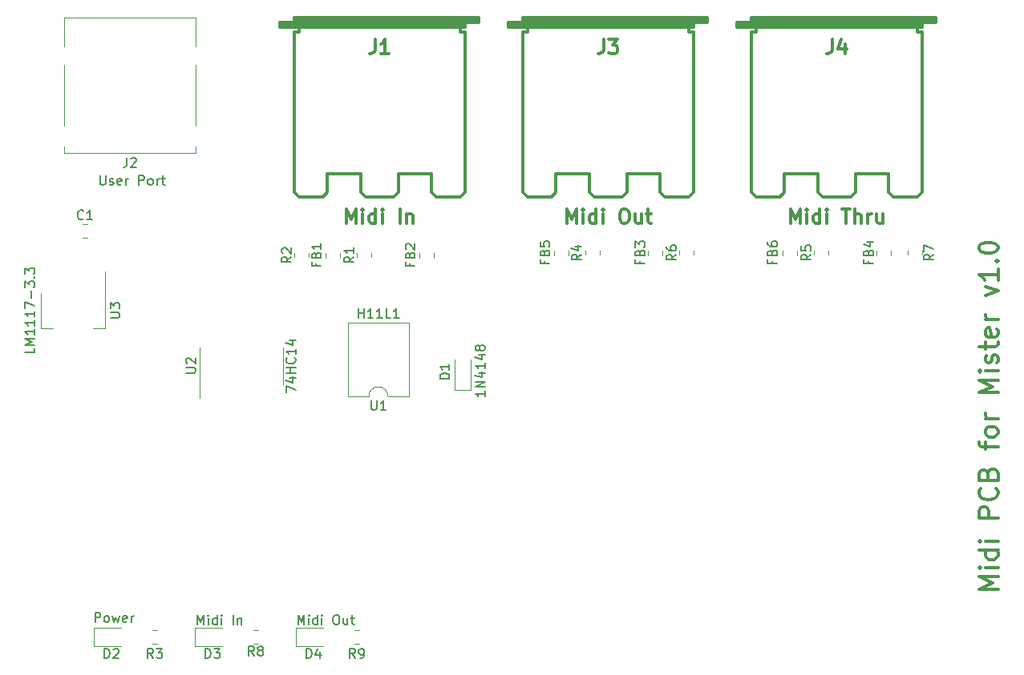
<source format=gbr>
%TF.GenerationSoftware,KiCad,Pcbnew,(5.1.10)-1*%
%TF.CreationDate,2021-06-22T22:03:27+02:00*%
%TF.ProjectId,mister-midi-pcb,6d697374-6572-42d6-9d69-64692d706362,rev?*%
%TF.SameCoordinates,Original*%
%TF.FileFunction,Legend,Top*%
%TF.FilePolarity,Positive*%
%FSLAX46Y46*%
G04 Gerber Fmt 4.6, Leading zero omitted, Abs format (unit mm)*
G04 Created by KiCad (PCBNEW (5.1.10)-1) date 2021-06-22 22:03:27*
%MOMM*%
%LPD*%
G01*
G04 APERTURE LIST*
%ADD10C,0.150000*%
%ADD11C,0.300000*%
%ADD12C,0.120000*%
%ADD13C,0.304800*%
G04 APERTURE END LIST*
D10*
X81740666Y-140406380D02*
X81740666Y-139406380D01*
X82074000Y-140120666D01*
X82407333Y-139406380D01*
X82407333Y-140406380D01*
X82883523Y-140406380D02*
X82883523Y-139739714D01*
X82883523Y-139406380D02*
X82835904Y-139454000D01*
X82883523Y-139501619D01*
X82931142Y-139454000D01*
X82883523Y-139406380D01*
X82883523Y-139501619D01*
X83788285Y-140406380D02*
X83788285Y-139406380D01*
X83788285Y-140358761D02*
X83693047Y-140406380D01*
X83502571Y-140406380D01*
X83407333Y-140358761D01*
X83359714Y-140311142D01*
X83312095Y-140215904D01*
X83312095Y-139930190D01*
X83359714Y-139834952D01*
X83407333Y-139787333D01*
X83502571Y-139739714D01*
X83693047Y-139739714D01*
X83788285Y-139787333D01*
X84264476Y-140406380D02*
X84264476Y-139739714D01*
X84264476Y-139406380D02*
X84216857Y-139454000D01*
X84264476Y-139501619D01*
X84312095Y-139454000D01*
X84264476Y-139406380D01*
X84264476Y-139501619D01*
X85502571Y-140406380D02*
X85502571Y-139406380D01*
X85978761Y-139739714D02*
X85978761Y-140406380D01*
X85978761Y-139834952D02*
X86026380Y-139787333D01*
X86121619Y-139739714D01*
X86264476Y-139739714D01*
X86359714Y-139787333D01*
X86407333Y-139882571D01*
X86407333Y-140406380D01*
D11*
X166258761Y-136649714D02*
X164258761Y-136649714D01*
X165687333Y-135983047D01*
X164258761Y-135316380D01*
X166258761Y-135316380D01*
X166258761Y-134363999D02*
X164925428Y-134363999D01*
X164258761Y-134363999D02*
X164354000Y-134459238D01*
X164449238Y-134363999D01*
X164354000Y-134268761D01*
X164258761Y-134363999D01*
X164449238Y-134363999D01*
X166258761Y-132554476D02*
X164258761Y-132554476D01*
X166163523Y-132554476D02*
X166258761Y-132744952D01*
X166258761Y-133125904D01*
X166163523Y-133316380D01*
X166068285Y-133411619D01*
X165877809Y-133506857D01*
X165306380Y-133506857D01*
X165115904Y-133411619D01*
X165020666Y-133316380D01*
X164925428Y-133125904D01*
X164925428Y-132744952D01*
X165020666Y-132554476D01*
X166258761Y-131602095D02*
X164925428Y-131602095D01*
X164258761Y-131602095D02*
X164354000Y-131697333D01*
X164449238Y-131602095D01*
X164354000Y-131506857D01*
X164258761Y-131602095D01*
X164449238Y-131602095D01*
X166258761Y-129125904D02*
X164258761Y-129125904D01*
X164258761Y-128364000D01*
X164354000Y-128173523D01*
X164449238Y-128078285D01*
X164639714Y-127983047D01*
X164925428Y-127983047D01*
X165115904Y-128078285D01*
X165211142Y-128173523D01*
X165306380Y-128364000D01*
X165306380Y-129125904D01*
X166068285Y-125983047D02*
X166163523Y-126078285D01*
X166258761Y-126364000D01*
X166258761Y-126554476D01*
X166163523Y-126840190D01*
X165973047Y-127030666D01*
X165782571Y-127125904D01*
X165401619Y-127221142D01*
X165115904Y-127221142D01*
X164734952Y-127125904D01*
X164544476Y-127030666D01*
X164354000Y-126840190D01*
X164258761Y-126554476D01*
X164258761Y-126364000D01*
X164354000Y-126078285D01*
X164449238Y-125983047D01*
X165211142Y-124459238D02*
X165306380Y-124173523D01*
X165401619Y-124078285D01*
X165592095Y-123983047D01*
X165877809Y-123983047D01*
X166068285Y-124078285D01*
X166163523Y-124173523D01*
X166258761Y-124364000D01*
X166258761Y-125125904D01*
X164258761Y-125125904D01*
X164258761Y-124459238D01*
X164354000Y-124268761D01*
X164449238Y-124173523D01*
X164639714Y-124078285D01*
X164830190Y-124078285D01*
X165020666Y-124173523D01*
X165115904Y-124268761D01*
X165211142Y-124459238D01*
X165211142Y-125125904D01*
X164925428Y-121887809D02*
X164925428Y-121125904D01*
X166258761Y-121602095D02*
X164544476Y-121602095D01*
X164354000Y-121506857D01*
X164258761Y-121316380D01*
X164258761Y-121125904D01*
X166258761Y-120173523D02*
X166163523Y-120364000D01*
X166068285Y-120459238D01*
X165877809Y-120554476D01*
X165306380Y-120554476D01*
X165115904Y-120459238D01*
X165020666Y-120364000D01*
X164925428Y-120173523D01*
X164925428Y-119887809D01*
X165020666Y-119697333D01*
X165115904Y-119602095D01*
X165306380Y-119506857D01*
X165877809Y-119506857D01*
X166068285Y-119602095D01*
X166163523Y-119697333D01*
X166258761Y-119887809D01*
X166258761Y-120173523D01*
X166258761Y-118649714D02*
X164925428Y-118649714D01*
X165306380Y-118649714D02*
X165115904Y-118554476D01*
X165020666Y-118459238D01*
X164925428Y-118268761D01*
X164925428Y-118078285D01*
X166258761Y-115887809D02*
X164258761Y-115887809D01*
X165687333Y-115221142D01*
X164258761Y-114554476D01*
X166258761Y-114554476D01*
X166258761Y-113602095D02*
X164925428Y-113602095D01*
X164258761Y-113602095D02*
X164354000Y-113697333D01*
X164449238Y-113602095D01*
X164354000Y-113506857D01*
X164258761Y-113602095D01*
X164449238Y-113602095D01*
X166163523Y-112744952D02*
X166258761Y-112554476D01*
X166258761Y-112173523D01*
X166163523Y-111983047D01*
X165973047Y-111887809D01*
X165877809Y-111887809D01*
X165687333Y-111983047D01*
X165592095Y-112173523D01*
X165592095Y-112459238D01*
X165496857Y-112649714D01*
X165306380Y-112744952D01*
X165211142Y-112744952D01*
X165020666Y-112649714D01*
X164925428Y-112459238D01*
X164925428Y-112173523D01*
X165020666Y-111983047D01*
X164925428Y-111316380D02*
X164925428Y-110554476D01*
X164258761Y-111030666D02*
X165973047Y-111030666D01*
X166163523Y-110935428D01*
X166258761Y-110744952D01*
X166258761Y-110554476D01*
X166163523Y-109125904D02*
X166258761Y-109316380D01*
X166258761Y-109697333D01*
X166163523Y-109887809D01*
X165973047Y-109983047D01*
X165211142Y-109983047D01*
X165020666Y-109887809D01*
X164925428Y-109697333D01*
X164925428Y-109316380D01*
X165020666Y-109125904D01*
X165211142Y-109030666D01*
X165401619Y-109030666D01*
X165592095Y-109983047D01*
X166258761Y-108173523D02*
X164925428Y-108173523D01*
X165306380Y-108173523D02*
X165115904Y-108078285D01*
X165020666Y-107983047D01*
X164925428Y-107792571D01*
X164925428Y-107602095D01*
X164925428Y-105602095D02*
X166258761Y-105125904D01*
X164925428Y-104649714D01*
X166258761Y-102840190D02*
X166258761Y-103983047D01*
X166258761Y-103411619D02*
X164258761Y-103411619D01*
X164544476Y-103602095D01*
X164734952Y-103792571D01*
X164830190Y-103983047D01*
X166068285Y-101983047D02*
X166163523Y-101887809D01*
X166258761Y-101983047D01*
X166163523Y-102078285D01*
X166068285Y-101983047D01*
X166258761Y-101983047D01*
X164258761Y-100649714D02*
X164258761Y-100459238D01*
X164354000Y-100268761D01*
X164449238Y-100173523D01*
X164639714Y-100078285D01*
X165020666Y-99983047D01*
X165496857Y-99983047D01*
X165877809Y-100078285D01*
X166068285Y-100173523D01*
X166163523Y-100268761D01*
X166258761Y-100459238D01*
X166258761Y-100649714D01*
X166163523Y-100840190D01*
X166068285Y-100935428D01*
X165877809Y-101030666D01*
X165496857Y-101125904D01*
X165020666Y-101125904D01*
X164639714Y-101030666D01*
X164449238Y-100935428D01*
X164354000Y-100840190D01*
X164258761Y-100649714D01*
D10*
X92345238Y-140406380D02*
X92345238Y-139406380D01*
X92678571Y-140120666D01*
X93011904Y-139406380D01*
X93011904Y-140406380D01*
X93488095Y-140406380D02*
X93488095Y-139739714D01*
X93488095Y-139406380D02*
X93440476Y-139454000D01*
X93488095Y-139501619D01*
X93535714Y-139454000D01*
X93488095Y-139406380D01*
X93488095Y-139501619D01*
X94392857Y-140406380D02*
X94392857Y-139406380D01*
X94392857Y-140358761D02*
X94297619Y-140406380D01*
X94107142Y-140406380D01*
X94011904Y-140358761D01*
X93964285Y-140311142D01*
X93916666Y-140215904D01*
X93916666Y-139930190D01*
X93964285Y-139834952D01*
X94011904Y-139787333D01*
X94107142Y-139739714D01*
X94297619Y-139739714D01*
X94392857Y-139787333D01*
X94869047Y-140406380D02*
X94869047Y-139739714D01*
X94869047Y-139406380D02*
X94821428Y-139454000D01*
X94869047Y-139501619D01*
X94916666Y-139454000D01*
X94869047Y-139406380D01*
X94869047Y-139501619D01*
X96297619Y-139406380D02*
X96488095Y-139406380D01*
X96583333Y-139454000D01*
X96678571Y-139549238D01*
X96726190Y-139739714D01*
X96726190Y-140073047D01*
X96678571Y-140263523D01*
X96583333Y-140358761D01*
X96488095Y-140406380D01*
X96297619Y-140406380D01*
X96202380Y-140358761D01*
X96107142Y-140263523D01*
X96059523Y-140073047D01*
X96059523Y-139739714D01*
X96107142Y-139549238D01*
X96202380Y-139454000D01*
X96297619Y-139406380D01*
X97583333Y-139739714D02*
X97583333Y-140406380D01*
X97154761Y-139739714D02*
X97154761Y-140263523D01*
X97202380Y-140358761D01*
X97297619Y-140406380D01*
X97440476Y-140406380D01*
X97535714Y-140358761D01*
X97583333Y-140311142D01*
X97916666Y-139739714D02*
X98297619Y-139739714D01*
X98059523Y-139406380D02*
X98059523Y-140263523D01*
X98107142Y-140358761D01*
X98202380Y-140406380D01*
X98297619Y-140406380D01*
X70921809Y-140152380D02*
X70921809Y-139152380D01*
X71302761Y-139152380D01*
X71398000Y-139200000D01*
X71445619Y-139247619D01*
X71493238Y-139342857D01*
X71493238Y-139485714D01*
X71445619Y-139580952D01*
X71398000Y-139628571D01*
X71302761Y-139676190D01*
X70921809Y-139676190D01*
X72064666Y-140152380D02*
X71969428Y-140104761D01*
X71921809Y-140057142D01*
X71874190Y-139961904D01*
X71874190Y-139676190D01*
X71921809Y-139580952D01*
X71969428Y-139533333D01*
X72064666Y-139485714D01*
X72207523Y-139485714D01*
X72302761Y-139533333D01*
X72350380Y-139580952D01*
X72398000Y-139676190D01*
X72398000Y-139961904D01*
X72350380Y-140057142D01*
X72302761Y-140104761D01*
X72207523Y-140152380D01*
X72064666Y-140152380D01*
X72731333Y-139485714D02*
X72921809Y-140152380D01*
X73112285Y-139676190D01*
X73302761Y-140152380D01*
X73493238Y-139485714D01*
X74255142Y-140104761D02*
X74159904Y-140152380D01*
X73969428Y-140152380D01*
X73874190Y-140104761D01*
X73826571Y-140009523D01*
X73826571Y-139628571D01*
X73874190Y-139533333D01*
X73969428Y-139485714D01*
X74159904Y-139485714D01*
X74255142Y-139533333D01*
X74302761Y-139628571D01*
X74302761Y-139723809D01*
X73826571Y-139819047D01*
X74731333Y-140152380D02*
X74731333Y-139485714D01*
X74731333Y-139676190D02*
X74778952Y-139580952D01*
X74826571Y-139533333D01*
X74921809Y-139485714D01*
X75017047Y-139485714D01*
X71445857Y-92924380D02*
X71445857Y-93733904D01*
X71493476Y-93829142D01*
X71541095Y-93876761D01*
X71636333Y-93924380D01*
X71826809Y-93924380D01*
X71922047Y-93876761D01*
X71969666Y-93829142D01*
X72017285Y-93733904D01*
X72017285Y-92924380D01*
X72445857Y-93876761D02*
X72541095Y-93924380D01*
X72731571Y-93924380D01*
X72826809Y-93876761D01*
X72874428Y-93781523D01*
X72874428Y-93733904D01*
X72826809Y-93638666D01*
X72731571Y-93591047D01*
X72588714Y-93591047D01*
X72493476Y-93543428D01*
X72445857Y-93448190D01*
X72445857Y-93400571D01*
X72493476Y-93305333D01*
X72588714Y-93257714D01*
X72731571Y-93257714D01*
X72826809Y-93305333D01*
X73683952Y-93876761D02*
X73588714Y-93924380D01*
X73398238Y-93924380D01*
X73303000Y-93876761D01*
X73255380Y-93781523D01*
X73255380Y-93400571D01*
X73303000Y-93305333D01*
X73398238Y-93257714D01*
X73588714Y-93257714D01*
X73683952Y-93305333D01*
X73731571Y-93400571D01*
X73731571Y-93495809D01*
X73255380Y-93591047D01*
X74160142Y-93924380D02*
X74160142Y-93257714D01*
X74160142Y-93448190D02*
X74207761Y-93352952D01*
X74255380Y-93305333D01*
X74350619Y-93257714D01*
X74445857Y-93257714D01*
X75541095Y-93924380D02*
X75541095Y-92924380D01*
X75922047Y-92924380D01*
X76017285Y-92972000D01*
X76064904Y-93019619D01*
X76112523Y-93114857D01*
X76112523Y-93257714D01*
X76064904Y-93352952D01*
X76017285Y-93400571D01*
X75922047Y-93448190D01*
X75541095Y-93448190D01*
X76683952Y-93924380D02*
X76588714Y-93876761D01*
X76541095Y-93829142D01*
X76493476Y-93733904D01*
X76493476Y-93448190D01*
X76541095Y-93352952D01*
X76588714Y-93305333D01*
X76683952Y-93257714D01*
X76826809Y-93257714D01*
X76922047Y-93305333D01*
X76969666Y-93352952D01*
X77017285Y-93448190D01*
X77017285Y-93733904D01*
X76969666Y-93829142D01*
X76922047Y-93876761D01*
X76826809Y-93924380D01*
X76683952Y-93924380D01*
X77445857Y-93924380D02*
X77445857Y-93257714D01*
X77445857Y-93448190D02*
X77493476Y-93352952D01*
X77541095Y-93305333D01*
X77636333Y-93257714D01*
X77731571Y-93257714D01*
X77922047Y-93257714D02*
X78303000Y-93257714D01*
X78064904Y-92924380D02*
X78064904Y-93781523D01*
X78112523Y-93876761D01*
X78207761Y-93924380D01*
X78303000Y-93924380D01*
D12*
%TO.C,J2*%
X81565000Y-90571000D02*
X81565000Y-89861000D01*
X67645000Y-90571000D02*
X67645000Y-89861000D01*
X81565000Y-90571000D02*
X67645000Y-90571000D01*
X67645000Y-81211000D02*
X67645000Y-87661000D01*
X81565000Y-81211000D02*
X81565000Y-87661000D01*
X81565000Y-76201000D02*
X81565000Y-79311000D01*
X67645000Y-76201000D02*
X67645000Y-79311000D01*
X81565000Y-76201000D02*
X67645000Y-76201000D01*
%TO.C,C1*%
X69588748Y-98071000D02*
X70111252Y-98071000D01*
X69588748Y-99541000D02*
X70111252Y-99541000D01*
%TO.C,D1*%
X108878000Y-115565000D02*
X110578000Y-115565000D01*
X110578000Y-115565000D02*
X110578000Y-112415000D01*
X108878000Y-115565000D02*
X108878000Y-112415000D01*
%TO.C,D2*%
X73644000Y-140772000D02*
X70784000Y-140772000D01*
X70784000Y-140772000D02*
X70784000Y-142692000D01*
X70784000Y-142692000D02*
X73644000Y-142692000D01*
D13*
%TO.C,J1*%
X109964220Y-76974700D02*
X90464640Y-76974700D01*
X91965780Y-76725780D02*
X109964220Y-76725780D01*
X111465360Y-76474320D02*
X91965780Y-76474320D01*
X109964220Y-94724220D02*
X109964220Y-77724000D01*
X109964220Y-94724220D02*
X109463840Y-95224600D01*
X109463840Y-95224600D02*
X106964480Y-95224600D01*
X106964480Y-95224600D02*
X106464100Y-94724220D01*
X106464100Y-94724220D02*
X106464100Y-92725240D01*
X106464100Y-92725240D02*
X102963980Y-92725240D01*
X91965780Y-94724220D02*
X91965780Y-77724000D01*
X91965780Y-94724220D02*
X92466160Y-95224600D01*
X92466160Y-95224600D02*
X94465140Y-95224600D01*
X94465140Y-95224600D02*
X94965520Y-95224600D01*
X94965520Y-95224600D02*
X95465900Y-94724220D01*
X95465900Y-94724220D02*
X95465900Y-92725240D01*
X95465900Y-92725240D02*
X98966020Y-92725240D01*
X102466140Y-95224600D02*
X102963980Y-94724220D01*
X102963980Y-94724220D02*
X102963980Y-92725240D01*
X102466140Y-95224600D02*
X99463860Y-95224600D01*
X99463860Y-95224600D02*
X98966020Y-94724220D01*
X98966020Y-94724220D02*
X98966020Y-92725240D01*
X90464640Y-76725780D02*
X91965780Y-76725780D01*
X91965780Y-76725780D02*
X91965780Y-76225400D01*
X91965780Y-76225400D02*
X111465360Y-76225400D01*
X111465360Y-76725780D02*
X109964220Y-76725780D01*
X109964220Y-76725780D02*
X109964220Y-77226160D01*
X109964220Y-77226160D02*
X90464640Y-77226160D01*
X91965780Y-77724000D02*
X92466160Y-77724000D01*
X109964220Y-77724000D02*
X109463840Y-77724000D01*
X92466160Y-77226160D02*
X92466160Y-77724000D01*
X109463840Y-77724000D02*
X109463840Y-77226160D01*
X111465360Y-76225400D02*
X111465360Y-76725780D01*
X90464640Y-77226160D02*
X90464640Y-76725780D01*
%TO.C,J3*%
X114594640Y-77226160D02*
X114594640Y-76725780D01*
X135595360Y-76225400D02*
X135595360Y-76725780D01*
X133593840Y-77724000D02*
X133593840Y-77226160D01*
X116596160Y-77226160D02*
X116596160Y-77724000D01*
X134094220Y-77724000D02*
X133593840Y-77724000D01*
X116095780Y-77724000D02*
X116596160Y-77724000D01*
X134094220Y-77226160D02*
X114594640Y-77226160D01*
X134094220Y-76725780D02*
X134094220Y-77226160D01*
X135595360Y-76725780D02*
X134094220Y-76725780D01*
X116095780Y-76225400D02*
X135595360Y-76225400D01*
X116095780Y-76725780D02*
X116095780Y-76225400D01*
X114594640Y-76725780D02*
X116095780Y-76725780D01*
X123096020Y-94724220D02*
X123096020Y-92725240D01*
X123593860Y-95224600D02*
X123096020Y-94724220D01*
X126596140Y-95224600D02*
X123593860Y-95224600D01*
X127093980Y-94724220D02*
X127093980Y-92725240D01*
X126596140Y-95224600D02*
X127093980Y-94724220D01*
X119595900Y-92725240D02*
X123096020Y-92725240D01*
X119595900Y-94724220D02*
X119595900Y-92725240D01*
X119095520Y-95224600D02*
X119595900Y-94724220D01*
X118595140Y-95224600D02*
X119095520Y-95224600D01*
X116596160Y-95224600D02*
X118595140Y-95224600D01*
X116095780Y-94724220D02*
X116596160Y-95224600D01*
X116095780Y-94724220D02*
X116095780Y-77724000D01*
X130594100Y-92725240D02*
X127093980Y-92725240D01*
X130594100Y-94724220D02*
X130594100Y-92725240D01*
X131094480Y-95224600D02*
X130594100Y-94724220D01*
X133593840Y-95224600D02*
X131094480Y-95224600D01*
X134094220Y-94724220D02*
X133593840Y-95224600D01*
X134094220Y-94724220D02*
X134094220Y-77724000D01*
X135595360Y-76474320D02*
X116095780Y-76474320D01*
X116095780Y-76725780D02*
X134094220Y-76725780D01*
X134094220Y-76974700D02*
X114594640Y-76974700D01*
%TO.C,J4*%
X158224220Y-76974700D02*
X138724640Y-76974700D01*
X140225780Y-76725780D02*
X158224220Y-76725780D01*
X159725360Y-76474320D02*
X140225780Y-76474320D01*
X158224220Y-94724220D02*
X158224220Y-77724000D01*
X158224220Y-94724220D02*
X157723840Y-95224600D01*
X157723840Y-95224600D02*
X155224480Y-95224600D01*
X155224480Y-95224600D02*
X154724100Y-94724220D01*
X154724100Y-94724220D02*
X154724100Y-92725240D01*
X154724100Y-92725240D02*
X151223980Y-92725240D01*
X140225780Y-94724220D02*
X140225780Y-77724000D01*
X140225780Y-94724220D02*
X140726160Y-95224600D01*
X140726160Y-95224600D02*
X142725140Y-95224600D01*
X142725140Y-95224600D02*
X143225520Y-95224600D01*
X143225520Y-95224600D02*
X143725900Y-94724220D01*
X143725900Y-94724220D02*
X143725900Y-92725240D01*
X143725900Y-92725240D02*
X147226020Y-92725240D01*
X150726140Y-95224600D02*
X151223980Y-94724220D01*
X151223980Y-94724220D02*
X151223980Y-92725240D01*
X150726140Y-95224600D02*
X147723860Y-95224600D01*
X147723860Y-95224600D02*
X147226020Y-94724220D01*
X147226020Y-94724220D02*
X147226020Y-92725240D01*
X138724640Y-76725780D02*
X140225780Y-76725780D01*
X140225780Y-76725780D02*
X140225780Y-76225400D01*
X140225780Y-76225400D02*
X159725360Y-76225400D01*
X159725360Y-76725780D02*
X158224220Y-76725780D01*
X158224220Y-76725780D02*
X158224220Y-77226160D01*
X158224220Y-77226160D02*
X138724640Y-77226160D01*
X140225780Y-77724000D02*
X140726160Y-77724000D01*
X158224220Y-77724000D02*
X157723840Y-77724000D01*
X140726160Y-77226160D02*
X140726160Y-77724000D01*
X157723840Y-77724000D02*
X157723840Y-77226160D01*
X159725360Y-76225400D02*
X159725360Y-76725780D01*
X138724640Y-77226160D02*
X138724640Y-76725780D01*
D12*
%TO.C,R1*%
X100049000Y-101118936D02*
X100049000Y-101573064D01*
X98579000Y-101118936D02*
X98579000Y-101573064D01*
%TO.C,R2*%
X91975000Y-101118936D02*
X91975000Y-101573064D01*
X93445000Y-101118936D02*
X93445000Y-101573064D01*
%TO.C,R3*%
X76988936Y-142467000D02*
X77443064Y-142467000D01*
X76988936Y-140997000D02*
X77443064Y-140997000D01*
%TO.C,R4*%
X122709000Y-101319064D02*
X122709000Y-100864936D01*
X124179000Y-101319064D02*
X124179000Y-100864936D01*
%TO.C,R5*%
X146839000Y-101319064D02*
X146839000Y-100864936D01*
X148309000Y-101319064D02*
X148309000Y-100864936D01*
%TO.C,R6*%
X132615000Y-100864936D02*
X132615000Y-101319064D01*
X134085000Y-100864936D02*
X134085000Y-101319064D01*
%TO.C,R7*%
X156745000Y-101319064D02*
X156745000Y-100864936D01*
X158215000Y-101319064D02*
X158215000Y-100864936D01*
%TO.C,U1*%
X101838000Y-116265000D02*
X104073000Y-116265000D01*
X104073000Y-116265000D02*
X104073000Y-108525000D01*
X104073000Y-108525000D02*
X97603000Y-108525000D01*
X97603000Y-108525000D02*
X97603000Y-116265000D01*
X97603000Y-116265000D02*
X99838000Y-116265000D01*
X99838000Y-116265000D02*
G75*
G02*
X101838000Y-116265000I1000000J0D01*
G01*
%TO.C,D3*%
X81452000Y-142692000D02*
X84312000Y-142692000D01*
X81452000Y-140772000D02*
X81452000Y-142692000D01*
X84312000Y-140772000D02*
X81452000Y-140772000D01*
%TO.C,D4*%
X94980000Y-140772000D02*
X92120000Y-140772000D01*
X92120000Y-140772000D02*
X92120000Y-142692000D01*
X92120000Y-142692000D02*
X94980000Y-142692000D01*
%TO.C,FB1*%
X96747000Y-101607252D02*
X96747000Y-101084748D01*
X95277000Y-101607252D02*
X95277000Y-101084748D01*
%TO.C,FB2*%
X105183000Y-101607252D02*
X105183000Y-101084748D01*
X106653000Y-101607252D02*
X106653000Y-101084748D01*
%TO.C,FB3*%
X129313000Y-100830748D02*
X129313000Y-101353252D01*
X130783000Y-100830748D02*
X130783000Y-101353252D01*
%TO.C,FB4*%
X154913000Y-100830748D02*
X154913000Y-101353252D01*
X153443000Y-100830748D02*
X153443000Y-101353252D01*
%TO.C,FB5*%
X119407000Y-101353252D02*
X119407000Y-100830748D01*
X120877000Y-101353252D02*
X120877000Y-100830748D01*
%TO.C,FB6*%
X145007000Y-101353252D02*
X145007000Y-100830748D01*
X143537000Y-101353252D02*
X143537000Y-100830748D01*
%TO.C,R8*%
X87656936Y-140997000D02*
X88111064Y-140997000D01*
X87656936Y-142467000D02*
X88111064Y-142467000D01*
%TO.C,R9*%
X98324936Y-142467000D02*
X98779064Y-142467000D01*
X98324936Y-140997000D02*
X98779064Y-140997000D01*
%TO.C,U2*%
X81925000Y-113030000D02*
X81925000Y-116480000D01*
X81925000Y-113030000D02*
X81925000Y-111080000D01*
X90795000Y-113030000D02*
X90795000Y-114980000D01*
X90795000Y-113030000D02*
X90795000Y-111080000D01*
%TO.C,U3*%
X65170000Y-109098000D02*
X66430000Y-109098000D01*
X71990000Y-109098000D02*
X70730000Y-109098000D01*
X65170000Y-105338000D02*
X65170000Y-109098000D01*
X71990000Y-103088000D02*
X71990000Y-109098000D01*
%TO.C,J2*%
D10*
X74271666Y-91063380D02*
X74271666Y-91777666D01*
X74224047Y-91920523D01*
X74128809Y-92015761D01*
X73985952Y-92063380D01*
X73890714Y-92063380D01*
X74700238Y-91158619D02*
X74747857Y-91111000D01*
X74843095Y-91063380D01*
X75081190Y-91063380D01*
X75176428Y-91111000D01*
X75224047Y-91158619D01*
X75271666Y-91253857D01*
X75271666Y-91349095D01*
X75224047Y-91491952D01*
X74652619Y-92063380D01*
X75271666Y-92063380D01*
%TO.C,C1*%
X69683333Y-97483142D02*
X69635714Y-97530761D01*
X69492857Y-97578380D01*
X69397619Y-97578380D01*
X69254761Y-97530761D01*
X69159523Y-97435523D01*
X69111904Y-97340285D01*
X69064285Y-97149809D01*
X69064285Y-97006952D01*
X69111904Y-96816476D01*
X69159523Y-96721238D01*
X69254761Y-96626000D01*
X69397619Y-96578380D01*
X69492857Y-96578380D01*
X69635714Y-96626000D01*
X69683333Y-96673619D01*
X70635714Y-97578380D02*
X70064285Y-97578380D01*
X70350000Y-97578380D02*
X70350000Y-96578380D01*
X70254761Y-96721238D01*
X70159523Y-96816476D01*
X70064285Y-96864095D01*
%TO.C,D1*%
X108330380Y-114403095D02*
X107330380Y-114403095D01*
X107330380Y-114165000D01*
X107378000Y-114022142D01*
X107473238Y-113926904D01*
X107568476Y-113879285D01*
X107758952Y-113831666D01*
X107901809Y-113831666D01*
X108092285Y-113879285D01*
X108187523Y-113926904D01*
X108282761Y-114022142D01*
X108330380Y-114165000D01*
X108330380Y-114403095D01*
X108330380Y-112879285D02*
X108330380Y-113450714D01*
X108330380Y-113165000D02*
X107330380Y-113165000D01*
X107473238Y-113260238D01*
X107568476Y-113355476D01*
X107616095Y-113450714D01*
X112080380Y-115707857D02*
X112080380Y-116279285D01*
X112080380Y-115993571D02*
X111080380Y-115993571D01*
X111223238Y-116088809D01*
X111318476Y-116184047D01*
X111366095Y-116279285D01*
X112080380Y-115279285D02*
X111080380Y-115279285D01*
X112080380Y-114707857D01*
X111080380Y-114707857D01*
X111413714Y-113803095D02*
X112080380Y-113803095D01*
X111032761Y-114041190D02*
X111747047Y-114279285D01*
X111747047Y-113660238D01*
X112080380Y-112755476D02*
X112080380Y-113326904D01*
X112080380Y-113041190D02*
X111080380Y-113041190D01*
X111223238Y-113136428D01*
X111318476Y-113231666D01*
X111366095Y-113326904D01*
X111413714Y-111898333D02*
X112080380Y-111898333D01*
X111032761Y-112136428D02*
X111747047Y-112374523D01*
X111747047Y-111755476D01*
X111508952Y-111231666D02*
X111461333Y-111326904D01*
X111413714Y-111374523D01*
X111318476Y-111422142D01*
X111270857Y-111422142D01*
X111175619Y-111374523D01*
X111128000Y-111326904D01*
X111080380Y-111231666D01*
X111080380Y-111041190D01*
X111128000Y-110945952D01*
X111175619Y-110898333D01*
X111270857Y-110850714D01*
X111318476Y-110850714D01*
X111413714Y-110898333D01*
X111461333Y-110945952D01*
X111508952Y-111041190D01*
X111508952Y-111231666D01*
X111556571Y-111326904D01*
X111604190Y-111374523D01*
X111699428Y-111422142D01*
X111889904Y-111422142D01*
X111985142Y-111374523D01*
X112032761Y-111326904D01*
X112080380Y-111231666D01*
X112080380Y-111041190D01*
X112032761Y-110945952D01*
X111985142Y-110898333D01*
X111889904Y-110850714D01*
X111699428Y-110850714D01*
X111604190Y-110898333D01*
X111556571Y-110945952D01*
X111508952Y-111041190D01*
%TO.C,D2*%
X71905904Y-143962380D02*
X71905904Y-142962380D01*
X72144000Y-142962380D01*
X72286857Y-143010000D01*
X72382095Y-143105238D01*
X72429714Y-143200476D01*
X72477333Y-143390952D01*
X72477333Y-143533809D01*
X72429714Y-143724285D01*
X72382095Y-143819523D01*
X72286857Y-143914761D01*
X72144000Y-143962380D01*
X71905904Y-143962380D01*
X72858285Y-143057619D02*
X72905904Y-143010000D01*
X73001142Y-142962380D01*
X73239238Y-142962380D01*
X73334476Y-143010000D01*
X73382095Y-143057619D01*
X73429714Y-143152857D01*
X73429714Y-143248095D01*
X73382095Y-143390952D01*
X72810666Y-143962380D01*
X73429714Y-143962380D01*
%TO.C,J1*%
D11*
X100465000Y-78553571D02*
X100465000Y-79625000D01*
X100393571Y-79839285D01*
X100250714Y-79982142D01*
X100036428Y-80053571D01*
X99893571Y-80053571D01*
X101965000Y-80053571D02*
X101107857Y-80053571D01*
X101536428Y-80053571D02*
X101536428Y-78553571D01*
X101393571Y-78767857D01*
X101250714Y-78910714D01*
X101107857Y-78982142D01*
X97465000Y-97960571D02*
X97465000Y-96460571D01*
X97965000Y-97532000D01*
X98465000Y-96460571D01*
X98465000Y-97960571D01*
X99179285Y-97960571D02*
X99179285Y-96960571D01*
X99179285Y-96460571D02*
X99107857Y-96532000D01*
X99179285Y-96603428D01*
X99250714Y-96532000D01*
X99179285Y-96460571D01*
X99179285Y-96603428D01*
X100536428Y-97960571D02*
X100536428Y-96460571D01*
X100536428Y-97889142D02*
X100393571Y-97960571D01*
X100107857Y-97960571D01*
X99965000Y-97889142D01*
X99893571Y-97817714D01*
X99822142Y-97674857D01*
X99822142Y-97246285D01*
X99893571Y-97103428D01*
X99965000Y-97032000D01*
X100107857Y-96960571D01*
X100393571Y-96960571D01*
X100536428Y-97032000D01*
X101250714Y-97960571D02*
X101250714Y-96960571D01*
X101250714Y-96460571D02*
X101179285Y-96532000D01*
X101250714Y-96603428D01*
X101322142Y-96532000D01*
X101250714Y-96460571D01*
X101250714Y-96603428D01*
X103107857Y-97960571D02*
X103107857Y-96460571D01*
X103822142Y-96960571D02*
X103822142Y-97960571D01*
X103822142Y-97103428D02*
X103893571Y-97032000D01*
X104036428Y-96960571D01*
X104250714Y-96960571D01*
X104393571Y-97032000D01*
X104465000Y-97174857D01*
X104465000Y-97960571D01*
%TO.C,J3*%
X124595000Y-78553571D02*
X124595000Y-79625000D01*
X124523571Y-79839285D01*
X124380714Y-79982142D01*
X124166428Y-80053571D01*
X124023571Y-80053571D01*
X125166428Y-78553571D02*
X126095000Y-78553571D01*
X125595000Y-79125000D01*
X125809285Y-79125000D01*
X125952142Y-79196428D01*
X126023571Y-79267857D01*
X126095000Y-79410714D01*
X126095000Y-79767857D01*
X126023571Y-79910714D01*
X125952142Y-79982142D01*
X125809285Y-80053571D01*
X125380714Y-80053571D01*
X125237857Y-79982142D01*
X125166428Y-79910714D01*
X120737857Y-97960571D02*
X120737857Y-96460571D01*
X121237857Y-97532000D01*
X121737857Y-96460571D01*
X121737857Y-97960571D01*
X122452142Y-97960571D02*
X122452142Y-96960571D01*
X122452142Y-96460571D02*
X122380714Y-96532000D01*
X122452142Y-96603428D01*
X122523571Y-96532000D01*
X122452142Y-96460571D01*
X122452142Y-96603428D01*
X123809285Y-97960571D02*
X123809285Y-96460571D01*
X123809285Y-97889142D02*
X123666428Y-97960571D01*
X123380714Y-97960571D01*
X123237857Y-97889142D01*
X123166428Y-97817714D01*
X123095000Y-97674857D01*
X123095000Y-97246285D01*
X123166428Y-97103428D01*
X123237857Y-97032000D01*
X123380714Y-96960571D01*
X123666428Y-96960571D01*
X123809285Y-97032000D01*
X124523571Y-97960571D02*
X124523571Y-96960571D01*
X124523571Y-96460571D02*
X124452142Y-96532000D01*
X124523571Y-96603428D01*
X124595000Y-96532000D01*
X124523571Y-96460571D01*
X124523571Y-96603428D01*
X126666428Y-96460571D02*
X126952142Y-96460571D01*
X127095000Y-96532000D01*
X127237857Y-96674857D01*
X127309285Y-96960571D01*
X127309285Y-97460571D01*
X127237857Y-97746285D01*
X127095000Y-97889142D01*
X126952142Y-97960571D01*
X126666428Y-97960571D01*
X126523571Y-97889142D01*
X126380714Y-97746285D01*
X126309285Y-97460571D01*
X126309285Y-96960571D01*
X126380714Y-96674857D01*
X126523571Y-96532000D01*
X126666428Y-96460571D01*
X128595000Y-96960571D02*
X128595000Y-97960571D01*
X127952142Y-96960571D02*
X127952142Y-97746285D01*
X128023571Y-97889142D01*
X128166428Y-97960571D01*
X128380714Y-97960571D01*
X128523571Y-97889142D01*
X128595000Y-97817714D01*
X129095000Y-96960571D02*
X129666428Y-96960571D01*
X129309285Y-96460571D02*
X129309285Y-97746285D01*
X129380714Y-97889142D01*
X129523571Y-97960571D01*
X129666428Y-97960571D01*
%TO.C,J4*%
X148725000Y-78553571D02*
X148725000Y-79625000D01*
X148653571Y-79839285D01*
X148510714Y-79982142D01*
X148296428Y-80053571D01*
X148153571Y-80053571D01*
X150082142Y-79053571D02*
X150082142Y-80053571D01*
X149725000Y-78482142D02*
X149367857Y-79553571D01*
X150296428Y-79553571D01*
X144367857Y-97960571D02*
X144367857Y-96460571D01*
X144867857Y-97532000D01*
X145367857Y-96460571D01*
X145367857Y-97960571D01*
X146082142Y-97960571D02*
X146082142Y-96960571D01*
X146082142Y-96460571D02*
X146010714Y-96532000D01*
X146082142Y-96603428D01*
X146153571Y-96532000D01*
X146082142Y-96460571D01*
X146082142Y-96603428D01*
X147439285Y-97960571D02*
X147439285Y-96460571D01*
X147439285Y-97889142D02*
X147296428Y-97960571D01*
X147010714Y-97960571D01*
X146867857Y-97889142D01*
X146796428Y-97817714D01*
X146725000Y-97674857D01*
X146725000Y-97246285D01*
X146796428Y-97103428D01*
X146867857Y-97032000D01*
X147010714Y-96960571D01*
X147296428Y-96960571D01*
X147439285Y-97032000D01*
X148153571Y-97960571D02*
X148153571Y-96960571D01*
X148153571Y-96460571D02*
X148082142Y-96532000D01*
X148153571Y-96603428D01*
X148225000Y-96532000D01*
X148153571Y-96460571D01*
X148153571Y-96603428D01*
X149796428Y-96460571D02*
X150653571Y-96460571D01*
X150225000Y-97960571D02*
X150225000Y-96460571D01*
X151153571Y-97960571D02*
X151153571Y-96460571D01*
X151796428Y-97960571D02*
X151796428Y-97174857D01*
X151725000Y-97032000D01*
X151582142Y-96960571D01*
X151367857Y-96960571D01*
X151225000Y-97032000D01*
X151153571Y-97103428D01*
X152510714Y-97960571D02*
X152510714Y-96960571D01*
X152510714Y-97246285D02*
X152582142Y-97103428D01*
X152653571Y-97032000D01*
X152796428Y-96960571D01*
X152939285Y-96960571D01*
X154082142Y-96960571D02*
X154082142Y-97960571D01*
X153439285Y-96960571D02*
X153439285Y-97746285D01*
X153510714Y-97889142D01*
X153653571Y-97960571D01*
X153867857Y-97960571D01*
X154010714Y-97889142D01*
X154082142Y-97817714D01*
%TO.C,R1*%
D10*
X98242380Y-101512666D02*
X97766190Y-101846000D01*
X98242380Y-102084095D02*
X97242380Y-102084095D01*
X97242380Y-101703142D01*
X97290000Y-101607904D01*
X97337619Y-101560285D01*
X97432857Y-101512666D01*
X97575714Y-101512666D01*
X97670952Y-101560285D01*
X97718571Y-101607904D01*
X97766190Y-101703142D01*
X97766190Y-102084095D01*
X98242380Y-100560285D02*
X98242380Y-101131714D01*
X98242380Y-100846000D02*
X97242380Y-100846000D01*
X97385238Y-100941238D01*
X97480476Y-101036476D01*
X97528095Y-101131714D01*
%TO.C,R2*%
X91638380Y-101512666D02*
X91162190Y-101846000D01*
X91638380Y-102084095D02*
X90638380Y-102084095D01*
X90638380Y-101703142D01*
X90686000Y-101607904D01*
X90733619Y-101560285D01*
X90828857Y-101512666D01*
X90971714Y-101512666D01*
X91066952Y-101560285D01*
X91114571Y-101607904D01*
X91162190Y-101703142D01*
X91162190Y-102084095D01*
X90733619Y-101131714D02*
X90686000Y-101084095D01*
X90638380Y-100988857D01*
X90638380Y-100750761D01*
X90686000Y-100655523D01*
X90733619Y-100607904D01*
X90828857Y-100560285D01*
X90924095Y-100560285D01*
X91066952Y-100607904D01*
X91638380Y-101179333D01*
X91638380Y-100560285D01*
%TO.C,R3*%
X77049333Y-143962380D02*
X76716000Y-143486190D01*
X76477904Y-143962380D02*
X76477904Y-142962380D01*
X76858857Y-142962380D01*
X76954095Y-143010000D01*
X77001714Y-143057619D01*
X77049333Y-143152857D01*
X77049333Y-143295714D01*
X77001714Y-143390952D01*
X76954095Y-143438571D01*
X76858857Y-143486190D01*
X76477904Y-143486190D01*
X77382666Y-142962380D02*
X78001714Y-142962380D01*
X77668380Y-143343333D01*
X77811238Y-143343333D01*
X77906476Y-143390952D01*
X77954095Y-143438571D01*
X78001714Y-143533809D01*
X78001714Y-143771904D01*
X77954095Y-143867142D01*
X77906476Y-143914761D01*
X77811238Y-143962380D01*
X77525523Y-143962380D01*
X77430285Y-143914761D01*
X77382666Y-143867142D01*
%TO.C,R4*%
X122246380Y-101258666D02*
X121770190Y-101592000D01*
X122246380Y-101830095D02*
X121246380Y-101830095D01*
X121246380Y-101449142D01*
X121294000Y-101353904D01*
X121341619Y-101306285D01*
X121436857Y-101258666D01*
X121579714Y-101258666D01*
X121674952Y-101306285D01*
X121722571Y-101353904D01*
X121770190Y-101449142D01*
X121770190Y-101830095D01*
X121579714Y-100401523D02*
X122246380Y-100401523D01*
X121198761Y-100639619D02*
X121913047Y-100877714D01*
X121913047Y-100258666D01*
%TO.C,R5*%
X146502380Y-101258666D02*
X146026190Y-101592000D01*
X146502380Y-101830095D02*
X145502380Y-101830095D01*
X145502380Y-101449142D01*
X145550000Y-101353904D01*
X145597619Y-101306285D01*
X145692857Y-101258666D01*
X145835714Y-101258666D01*
X145930952Y-101306285D01*
X145978571Y-101353904D01*
X146026190Y-101449142D01*
X146026190Y-101830095D01*
X145502380Y-100353904D02*
X145502380Y-100830095D01*
X145978571Y-100877714D01*
X145930952Y-100830095D01*
X145883333Y-100734857D01*
X145883333Y-100496761D01*
X145930952Y-100401523D01*
X145978571Y-100353904D01*
X146073809Y-100306285D01*
X146311904Y-100306285D01*
X146407142Y-100353904D01*
X146454761Y-100401523D01*
X146502380Y-100496761D01*
X146502380Y-100734857D01*
X146454761Y-100830095D01*
X146407142Y-100877714D01*
%TO.C,R6*%
X132278380Y-101258666D02*
X131802190Y-101592000D01*
X132278380Y-101830095D02*
X131278380Y-101830095D01*
X131278380Y-101449142D01*
X131326000Y-101353904D01*
X131373619Y-101306285D01*
X131468857Y-101258666D01*
X131611714Y-101258666D01*
X131706952Y-101306285D01*
X131754571Y-101353904D01*
X131802190Y-101449142D01*
X131802190Y-101830095D01*
X131278380Y-100401523D02*
X131278380Y-100592000D01*
X131326000Y-100687238D01*
X131373619Y-100734857D01*
X131516476Y-100830095D01*
X131706952Y-100877714D01*
X132087904Y-100877714D01*
X132183142Y-100830095D01*
X132230761Y-100782476D01*
X132278380Y-100687238D01*
X132278380Y-100496761D01*
X132230761Y-100401523D01*
X132183142Y-100353904D01*
X132087904Y-100306285D01*
X131849809Y-100306285D01*
X131754571Y-100353904D01*
X131706952Y-100401523D01*
X131659333Y-100496761D01*
X131659333Y-100687238D01*
X131706952Y-100782476D01*
X131754571Y-100830095D01*
X131849809Y-100877714D01*
%TO.C,R7*%
X159456380Y-101258666D02*
X158980190Y-101592000D01*
X159456380Y-101830095D02*
X158456380Y-101830095D01*
X158456380Y-101449142D01*
X158504000Y-101353904D01*
X158551619Y-101306285D01*
X158646857Y-101258666D01*
X158789714Y-101258666D01*
X158884952Y-101306285D01*
X158932571Y-101353904D01*
X158980190Y-101449142D01*
X158980190Y-101830095D01*
X158456380Y-100925333D02*
X158456380Y-100258666D01*
X159456380Y-100687238D01*
%TO.C,U1*%
X100076095Y-116717380D02*
X100076095Y-117526904D01*
X100123714Y-117622142D01*
X100171333Y-117669761D01*
X100266571Y-117717380D01*
X100457047Y-117717380D01*
X100552285Y-117669761D01*
X100599904Y-117622142D01*
X100647523Y-117526904D01*
X100647523Y-116717380D01*
X101647523Y-117717380D02*
X101076095Y-117717380D01*
X101361809Y-117717380D02*
X101361809Y-116717380D01*
X101266571Y-116860238D01*
X101171333Y-116955476D01*
X101076095Y-117003095D01*
X98718952Y-107977380D02*
X98718952Y-106977380D01*
X98718952Y-107453571D02*
X99290380Y-107453571D01*
X99290380Y-107977380D02*
X99290380Y-106977380D01*
X100290380Y-107977380D02*
X99718952Y-107977380D01*
X100004666Y-107977380D02*
X100004666Y-106977380D01*
X99909428Y-107120238D01*
X99814190Y-107215476D01*
X99718952Y-107263095D01*
X101242761Y-107977380D02*
X100671333Y-107977380D01*
X100957047Y-107977380D02*
X100957047Y-106977380D01*
X100861809Y-107120238D01*
X100766571Y-107215476D01*
X100671333Y-107263095D01*
X102147523Y-107977380D02*
X101671333Y-107977380D01*
X101671333Y-106977380D01*
X103004666Y-107977380D02*
X102433238Y-107977380D01*
X102718952Y-107977380D02*
X102718952Y-106977380D01*
X102623714Y-107120238D01*
X102528476Y-107215476D01*
X102433238Y-107263095D01*
%TO.C,D3*%
X82573904Y-143962380D02*
X82573904Y-142962380D01*
X82812000Y-142962380D01*
X82954857Y-143010000D01*
X83050095Y-143105238D01*
X83097714Y-143200476D01*
X83145333Y-143390952D01*
X83145333Y-143533809D01*
X83097714Y-143724285D01*
X83050095Y-143819523D01*
X82954857Y-143914761D01*
X82812000Y-143962380D01*
X82573904Y-143962380D01*
X83478666Y-142962380D02*
X84097714Y-142962380D01*
X83764380Y-143343333D01*
X83907238Y-143343333D01*
X84002476Y-143390952D01*
X84050095Y-143438571D01*
X84097714Y-143533809D01*
X84097714Y-143771904D01*
X84050095Y-143867142D01*
X84002476Y-143914761D01*
X83907238Y-143962380D01*
X83621523Y-143962380D01*
X83526285Y-143914761D01*
X83478666Y-143867142D01*
%TO.C,D4*%
X93241904Y-143962380D02*
X93241904Y-142962380D01*
X93480000Y-142962380D01*
X93622857Y-143010000D01*
X93718095Y-143105238D01*
X93765714Y-143200476D01*
X93813333Y-143390952D01*
X93813333Y-143533809D01*
X93765714Y-143724285D01*
X93718095Y-143819523D01*
X93622857Y-143914761D01*
X93480000Y-143962380D01*
X93241904Y-143962380D01*
X94670476Y-143295714D02*
X94670476Y-143962380D01*
X94432380Y-142914761D02*
X94194285Y-143629047D01*
X94813333Y-143629047D01*
%TO.C,FB1*%
X94260571Y-102179333D02*
X94260571Y-102512666D01*
X94784380Y-102512666D02*
X93784380Y-102512666D01*
X93784380Y-102036476D01*
X94260571Y-101322190D02*
X94308190Y-101179333D01*
X94355809Y-101131714D01*
X94451047Y-101084095D01*
X94593904Y-101084095D01*
X94689142Y-101131714D01*
X94736761Y-101179333D01*
X94784380Y-101274571D01*
X94784380Y-101655523D01*
X93784380Y-101655523D01*
X93784380Y-101322190D01*
X93832000Y-101226952D01*
X93879619Y-101179333D01*
X93974857Y-101131714D01*
X94070095Y-101131714D01*
X94165333Y-101179333D01*
X94212952Y-101226952D01*
X94260571Y-101322190D01*
X94260571Y-101655523D01*
X94784380Y-100131714D02*
X94784380Y-100703142D01*
X94784380Y-100417428D02*
X93784380Y-100417428D01*
X93927238Y-100512666D01*
X94022476Y-100607904D01*
X94070095Y-100703142D01*
%TO.C,FB2*%
X104166571Y-102179333D02*
X104166571Y-102512666D01*
X104690380Y-102512666D02*
X103690380Y-102512666D01*
X103690380Y-102036476D01*
X104166571Y-101322190D02*
X104214190Y-101179333D01*
X104261809Y-101131714D01*
X104357047Y-101084095D01*
X104499904Y-101084095D01*
X104595142Y-101131714D01*
X104642761Y-101179333D01*
X104690380Y-101274571D01*
X104690380Y-101655523D01*
X103690380Y-101655523D01*
X103690380Y-101322190D01*
X103738000Y-101226952D01*
X103785619Y-101179333D01*
X103880857Y-101131714D01*
X103976095Y-101131714D01*
X104071333Y-101179333D01*
X104118952Y-101226952D01*
X104166571Y-101322190D01*
X104166571Y-101655523D01*
X103785619Y-100703142D02*
X103738000Y-100655523D01*
X103690380Y-100560285D01*
X103690380Y-100322190D01*
X103738000Y-100226952D01*
X103785619Y-100179333D01*
X103880857Y-100131714D01*
X103976095Y-100131714D01*
X104118952Y-100179333D01*
X104690380Y-100750761D01*
X104690380Y-100131714D01*
%TO.C,FB3*%
X128452571Y-101925333D02*
X128452571Y-102258666D01*
X128976380Y-102258666D02*
X127976380Y-102258666D01*
X127976380Y-101782476D01*
X128452571Y-101068190D02*
X128500190Y-100925333D01*
X128547809Y-100877714D01*
X128643047Y-100830095D01*
X128785904Y-100830095D01*
X128881142Y-100877714D01*
X128928761Y-100925333D01*
X128976380Y-101020571D01*
X128976380Y-101401523D01*
X127976380Y-101401523D01*
X127976380Y-101068190D01*
X128024000Y-100972952D01*
X128071619Y-100925333D01*
X128166857Y-100877714D01*
X128262095Y-100877714D01*
X128357333Y-100925333D01*
X128404952Y-100972952D01*
X128452571Y-101068190D01*
X128452571Y-101401523D01*
X127976380Y-100496761D02*
X127976380Y-99877714D01*
X128357333Y-100211047D01*
X128357333Y-100068190D01*
X128404952Y-99972952D01*
X128452571Y-99925333D01*
X128547809Y-99877714D01*
X128785904Y-99877714D01*
X128881142Y-99925333D01*
X128928761Y-99972952D01*
X128976380Y-100068190D01*
X128976380Y-100353904D01*
X128928761Y-100449142D01*
X128881142Y-100496761D01*
%TO.C,FB4*%
X152582571Y-101925333D02*
X152582571Y-102258666D01*
X153106380Y-102258666D02*
X152106380Y-102258666D01*
X152106380Y-101782476D01*
X152582571Y-101068190D02*
X152630190Y-100925333D01*
X152677809Y-100877714D01*
X152773047Y-100830095D01*
X152915904Y-100830095D01*
X153011142Y-100877714D01*
X153058761Y-100925333D01*
X153106380Y-101020571D01*
X153106380Y-101401523D01*
X152106380Y-101401523D01*
X152106380Y-101068190D01*
X152154000Y-100972952D01*
X152201619Y-100925333D01*
X152296857Y-100877714D01*
X152392095Y-100877714D01*
X152487333Y-100925333D01*
X152534952Y-100972952D01*
X152582571Y-101068190D01*
X152582571Y-101401523D01*
X152439714Y-99972952D02*
X153106380Y-99972952D01*
X152058761Y-100211047D02*
X152773047Y-100449142D01*
X152773047Y-99830095D01*
%TO.C,FB5*%
X118390571Y-101925333D02*
X118390571Y-102258666D01*
X118914380Y-102258666D02*
X117914380Y-102258666D01*
X117914380Y-101782476D01*
X118390571Y-101068190D02*
X118438190Y-100925333D01*
X118485809Y-100877714D01*
X118581047Y-100830095D01*
X118723904Y-100830095D01*
X118819142Y-100877714D01*
X118866761Y-100925333D01*
X118914380Y-101020571D01*
X118914380Y-101401523D01*
X117914380Y-101401523D01*
X117914380Y-101068190D01*
X117962000Y-100972952D01*
X118009619Y-100925333D01*
X118104857Y-100877714D01*
X118200095Y-100877714D01*
X118295333Y-100925333D01*
X118342952Y-100972952D01*
X118390571Y-101068190D01*
X118390571Y-101401523D01*
X117914380Y-99925333D02*
X117914380Y-100401523D01*
X118390571Y-100449142D01*
X118342952Y-100401523D01*
X118295333Y-100306285D01*
X118295333Y-100068190D01*
X118342952Y-99972952D01*
X118390571Y-99925333D01*
X118485809Y-99877714D01*
X118723904Y-99877714D01*
X118819142Y-99925333D01*
X118866761Y-99972952D01*
X118914380Y-100068190D01*
X118914380Y-100306285D01*
X118866761Y-100401523D01*
X118819142Y-100449142D01*
%TO.C,FB6*%
X142422571Y-101925333D02*
X142422571Y-102258666D01*
X142946380Y-102258666D02*
X141946380Y-102258666D01*
X141946380Y-101782476D01*
X142422571Y-101068190D02*
X142470190Y-100925333D01*
X142517809Y-100877714D01*
X142613047Y-100830095D01*
X142755904Y-100830095D01*
X142851142Y-100877714D01*
X142898761Y-100925333D01*
X142946380Y-101020571D01*
X142946380Y-101401523D01*
X141946380Y-101401523D01*
X141946380Y-101068190D01*
X141994000Y-100972952D01*
X142041619Y-100925333D01*
X142136857Y-100877714D01*
X142232095Y-100877714D01*
X142327333Y-100925333D01*
X142374952Y-100972952D01*
X142422571Y-101068190D01*
X142422571Y-101401523D01*
X141946380Y-99972952D02*
X141946380Y-100163428D01*
X141994000Y-100258666D01*
X142041619Y-100306285D01*
X142184476Y-100401523D01*
X142374952Y-100449142D01*
X142755904Y-100449142D01*
X142851142Y-100401523D01*
X142898761Y-100353904D01*
X142946380Y-100258666D01*
X142946380Y-100068190D01*
X142898761Y-99972952D01*
X142851142Y-99925333D01*
X142755904Y-99877714D01*
X142517809Y-99877714D01*
X142422571Y-99925333D01*
X142374952Y-99972952D01*
X142327333Y-100068190D01*
X142327333Y-100258666D01*
X142374952Y-100353904D01*
X142422571Y-100401523D01*
X142517809Y-100449142D01*
%TO.C,R8*%
X87717333Y-143708380D02*
X87384000Y-143232190D01*
X87145904Y-143708380D02*
X87145904Y-142708380D01*
X87526857Y-142708380D01*
X87622095Y-142756000D01*
X87669714Y-142803619D01*
X87717333Y-142898857D01*
X87717333Y-143041714D01*
X87669714Y-143136952D01*
X87622095Y-143184571D01*
X87526857Y-143232190D01*
X87145904Y-143232190D01*
X88288761Y-143136952D02*
X88193523Y-143089333D01*
X88145904Y-143041714D01*
X88098285Y-142946476D01*
X88098285Y-142898857D01*
X88145904Y-142803619D01*
X88193523Y-142756000D01*
X88288761Y-142708380D01*
X88479238Y-142708380D01*
X88574476Y-142756000D01*
X88622095Y-142803619D01*
X88669714Y-142898857D01*
X88669714Y-142946476D01*
X88622095Y-143041714D01*
X88574476Y-143089333D01*
X88479238Y-143136952D01*
X88288761Y-143136952D01*
X88193523Y-143184571D01*
X88145904Y-143232190D01*
X88098285Y-143327428D01*
X88098285Y-143517904D01*
X88145904Y-143613142D01*
X88193523Y-143660761D01*
X88288761Y-143708380D01*
X88479238Y-143708380D01*
X88574476Y-143660761D01*
X88622095Y-143613142D01*
X88669714Y-143517904D01*
X88669714Y-143327428D01*
X88622095Y-143232190D01*
X88574476Y-143184571D01*
X88479238Y-143136952D01*
%TO.C,R9*%
X98385333Y-143962380D02*
X98052000Y-143486190D01*
X97813904Y-143962380D02*
X97813904Y-142962380D01*
X98194857Y-142962380D01*
X98290095Y-143010000D01*
X98337714Y-143057619D01*
X98385333Y-143152857D01*
X98385333Y-143295714D01*
X98337714Y-143390952D01*
X98290095Y-143438571D01*
X98194857Y-143486190D01*
X97813904Y-143486190D01*
X98861523Y-143962380D02*
X99052000Y-143962380D01*
X99147238Y-143914761D01*
X99194857Y-143867142D01*
X99290095Y-143724285D01*
X99337714Y-143533809D01*
X99337714Y-143152857D01*
X99290095Y-143057619D01*
X99242476Y-143010000D01*
X99147238Y-142962380D01*
X98956761Y-142962380D01*
X98861523Y-143010000D01*
X98813904Y-143057619D01*
X98766285Y-143152857D01*
X98766285Y-143390952D01*
X98813904Y-143486190D01*
X98861523Y-143533809D01*
X98956761Y-143581428D01*
X99147238Y-143581428D01*
X99242476Y-143533809D01*
X99290095Y-143486190D01*
X99337714Y-143390952D01*
%TO.C,U2*%
X80532380Y-113791904D02*
X81341904Y-113791904D01*
X81437142Y-113744285D01*
X81484761Y-113696666D01*
X81532380Y-113601428D01*
X81532380Y-113410952D01*
X81484761Y-113315714D01*
X81437142Y-113268095D01*
X81341904Y-113220476D01*
X80532380Y-113220476D01*
X80627619Y-112791904D02*
X80580000Y-112744285D01*
X80532380Y-112649047D01*
X80532380Y-112410952D01*
X80580000Y-112315714D01*
X80627619Y-112268095D01*
X80722857Y-112220476D01*
X80818095Y-112220476D01*
X80960952Y-112268095D01*
X81532380Y-112839523D01*
X81532380Y-112220476D01*
X91092380Y-115815714D02*
X91092380Y-115149047D01*
X92092380Y-115577619D01*
X91425714Y-114339523D02*
X92092380Y-114339523D01*
X91044761Y-114577619D02*
X91759047Y-114815714D01*
X91759047Y-114196666D01*
X92092380Y-113815714D02*
X91092380Y-113815714D01*
X91568571Y-113815714D02*
X91568571Y-113244285D01*
X92092380Y-113244285D02*
X91092380Y-113244285D01*
X91997142Y-112196666D02*
X92044761Y-112244285D01*
X92092380Y-112387142D01*
X92092380Y-112482380D01*
X92044761Y-112625238D01*
X91949523Y-112720476D01*
X91854285Y-112768095D01*
X91663809Y-112815714D01*
X91520952Y-112815714D01*
X91330476Y-112768095D01*
X91235238Y-112720476D01*
X91140000Y-112625238D01*
X91092380Y-112482380D01*
X91092380Y-112387142D01*
X91140000Y-112244285D01*
X91187619Y-112196666D01*
X92092380Y-111244285D02*
X92092380Y-111815714D01*
X92092380Y-111530000D02*
X91092380Y-111530000D01*
X91235238Y-111625238D01*
X91330476Y-111720476D01*
X91378095Y-111815714D01*
X91425714Y-110387142D02*
X92092380Y-110387142D01*
X91044761Y-110625238D02*
X91759047Y-110863333D01*
X91759047Y-110244285D01*
%TO.C,U3*%
X72532380Y-107949904D02*
X73341904Y-107949904D01*
X73437142Y-107902285D01*
X73484761Y-107854666D01*
X73532380Y-107759428D01*
X73532380Y-107568952D01*
X73484761Y-107473714D01*
X73437142Y-107426095D01*
X73341904Y-107378476D01*
X72532380Y-107378476D01*
X72532380Y-106997523D02*
X72532380Y-106378476D01*
X72913333Y-106711809D01*
X72913333Y-106568952D01*
X72960952Y-106473714D01*
X73008571Y-106426095D01*
X73103809Y-106378476D01*
X73341904Y-106378476D01*
X73437142Y-106426095D01*
X73484761Y-106473714D01*
X73532380Y-106568952D01*
X73532380Y-106854666D01*
X73484761Y-106949904D01*
X73437142Y-106997523D01*
X64532380Y-111164190D02*
X64532380Y-111640380D01*
X63532380Y-111640380D01*
X64532380Y-110830857D02*
X63532380Y-110830857D01*
X64246666Y-110497523D01*
X63532380Y-110164190D01*
X64532380Y-110164190D01*
X64532380Y-109164190D02*
X64532380Y-109735619D01*
X64532380Y-109449904D02*
X63532380Y-109449904D01*
X63675238Y-109545142D01*
X63770476Y-109640380D01*
X63818095Y-109735619D01*
X64532380Y-108211809D02*
X64532380Y-108783238D01*
X64532380Y-108497523D02*
X63532380Y-108497523D01*
X63675238Y-108592761D01*
X63770476Y-108688000D01*
X63818095Y-108783238D01*
X64532380Y-107259428D02*
X64532380Y-107830857D01*
X64532380Y-107545142D02*
X63532380Y-107545142D01*
X63675238Y-107640380D01*
X63770476Y-107735619D01*
X63818095Y-107830857D01*
X63532380Y-106926095D02*
X63532380Y-106259428D01*
X64532380Y-106688000D01*
X64151428Y-105878476D02*
X64151428Y-105116571D01*
X63532380Y-104735619D02*
X63532380Y-104116571D01*
X63913333Y-104449904D01*
X63913333Y-104307047D01*
X63960952Y-104211809D01*
X64008571Y-104164190D01*
X64103809Y-104116571D01*
X64341904Y-104116571D01*
X64437142Y-104164190D01*
X64484761Y-104211809D01*
X64532380Y-104307047D01*
X64532380Y-104592761D01*
X64484761Y-104688000D01*
X64437142Y-104735619D01*
X64437142Y-103688000D02*
X64484761Y-103640380D01*
X64532380Y-103688000D01*
X64484761Y-103735619D01*
X64437142Y-103688000D01*
X64532380Y-103688000D01*
X63532380Y-103307047D02*
X63532380Y-102688000D01*
X63913333Y-103021333D01*
X63913333Y-102878476D01*
X63960952Y-102783238D01*
X64008571Y-102735619D01*
X64103809Y-102688000D01*
X64341904Y-102688000D01*
X64437142Y-102735619D01*
X64484761Y-102783238D01*
X64532380Y-102878476D01*
X64532380Y-103164190D01*
X64484761Y-103259428D01*
X64437142Y-103307047D01*
%TD*%
M02*

</source>
